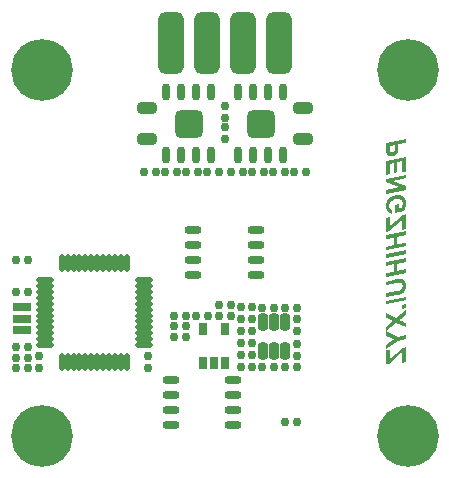
<source format=gbs>
G04*
G04 #@! TF.GenerationSoftware,Altium Limited,Altium Designer,22.0.2 (36)*
G04*
G04 Layer_Color=16711935*
%FSLAX25Y25*%
%MOIN*%
G70*
G04*
G04 #@! TF.SameCoordinates,B24A499B-10B0-4348-9313-877DE5855C24*
G04*
G04*
G04 #@! TF.FilePolarity,Negative*
G04*
G01*
G75*
G04:AMPARAMS|DCode=36|XSize=26mil|YSize=26mil|CornerRadius=8mil|HoleSize=0mil|Usage=FLASHONLY|Rotation=0.000|XOffset=0mil|YOffset=0mil|HoleType=Round|Shape=RoundedRectangle|*
%AMROUNDEDRECTD36*
21,1,0.02600,0.01000,0,0,0.0*
21,1,0.01000,0.02600,0,0,0.0*
1,1,0.01600,0.00500,-0.00500*
1,1,0.01600,-0.00500,-0.00500*
1,1,0.01600,-0.00500,0.00500*
1,1,0.01600,0.00500,0.00500*
%
%ADD36ROUNDEDRECTD36*%
%ADD49C,0.20600*%
G04:AMPARAMS|DCode=61|XSize=37.64mil|YSize=63.38mil|CornerRadius=9.41mil|HoleSize=0mil|Usage=FLASHONLY|Rotation=270.000|XOffset=0mil|YOffset=0mil|HoleType=Round|Shape=RoundedRectangle|*
%AMROUNDEDRECTD61*
21,1,0.03764,0.04456,0,0,270.0*
21,1,0.01882,0.06338,0,0,270.0*
1,1,0.01882,-0.02228,-0.00941*
1,1,0.01882,-0.02228,0.00941*
1,1,0.01882,0.02228,0.00941*
1,1,0.01882,0.02228,-0.00941*
%
%ADD61ROUNDEDRECTD61*%
%ADD73O,0.02568X0.05718*%
G04:AMPARAMS|DCode=74|XSize=26mil|YSize=26mil|CornerRadius=8mil|HoleSize=0mil|Usage=FLASHONLY|Rotation=270.000|XOffset=0mil|YOffset=0mil|HoleType=Round|Shape=RoundedRectangle|*
%AMROUNDEDRECTD74*
21,1,0.02600,0.01000,0,0,270.0*
21,1,0.01000,0.02600,0,0,270.0*
1,1,0.01600,-0.00500,-0.00500*
1,1,0.01600,-0.00500,0.00500*
1,1,0.01600,0.00500,0.00500*
1,1,0.01600,0.00500,-0.00500*
%
%ADD74ROUNDEDRECTD74*%
G04:AMPARAMS|DCode=75|XSize=96.55mil|YSize=96.55mil|CornerRadius=25.64mil|HoleSize=0mil|Usage=FLASHONLY|Rotation=0.000|XOffset=0mil|YOffset=0mil|HoleType=Round|Shape=RoundedRectangle|*
%AMROUNDEDRECTD75*
21,1,0.09655,0.04528,0,0,0.0*
21,1,0.04528,0.09655,0,0,0.0*
1,1,0.05128,0.02264,-0.02264*
1,1,0.05128,-0.02264,-0.02264*
1,1,0.05128,-0.02264,0.02264*
1,1,0.05128,0.02264,0.02264*
%
%ADD75ROUNDEDRECTD75*%
G04:AMPARAMS|DCode=76|XSize=206mil|YSize=86mil|CornerRadius=23mil|HoleSize=0mil|Usage=FLASHONLY|Rotation=270.000|XOffset=0mil|YOffset=0mil|HoleType=Round|Shape=RoundedRectangle|*
%AMROUNDEDRECTD76*
21,1,0.20600,0.04000,0,0,270.0*
21,1,0.16000,0.08600,0,0,270.0*
1,1,0.04600,-0.02000,-0.08000*
1,1,0.04600,-0.02000,0.08000*
1,1,0.04600,0.02000,0.08000*
1,1,0.04600,0.02000,-0.08000*
%
%ADD76ROUNDEDRECTD76*%
G04:AMPARAMS|DCode=77|XSize=27.65mil|YSize=63.09mil|CornerRadius=8.41mil|HoleSize=0mil|Usage=FLASHONLY|Rotation=270.000|XOffset=0mil|YOffset=0mil|HoleType=Round|Shape=RoundedRectangle|*
%AMROUNDEDRECTD77*
21,1,0.02765,0.04626,0,0,270.0*
21,1,0.01083,0.06309,0,0,270.0*
1,1,0.01683,-0.02313,-0.00541*
1,1,0.01683,-0.02313,0.00541*
1,1,0.01683,0.02313,0.00541*
1,1,0.01683,0.02313,-0.00541*
%
%ADD77ROUNDEDRECTD77*%
G04:AMPARAMS|DCode=78|XSize=27.65mil|YSize=63.09mil|CornerRadius=8.41mil|HoleSize=0mil|Usage=FLASHONLY|Rotation=270.000|XOffset=0mil|YOffset=0mil|HoleType=Round|Shape=RoundedRectangle|*
%AMROUNDEDRECTD78*
21,1,0.02765,0.04626,0,0,270.0*
21,1,0.01083,0.06309,0,0,270.0*
1,1,0.01683,-0.02313,-0.00541*
1,1,0.01683,-0.02313,0.00541*
1,1,0.01683,0.02313,0.00541*
1,1,0.01683,0.02313,-0.00541*
%
%ADD78ROUNDEDRECTD78*%
G04:AMPARAMS|DCode=79|XSize=29.62mil|YSize=41mil|CornerRadius=8.91mil|HoleSize=0mil|Usage=FLASHONLY|Rotation=0.000|XOffset=0mil|YOffset=0mil|HoleType=Round|Shape=RoundedRectangle|*
%AMROUNDEDRECTD79*
21,1,0.02962,0.02319,0,0,0.0*
21,1,0.01181,0.04100,0,0,0.0*
1,1,0.01781,0.00591,-0.01159*
1,1,0.01781,-0.00591,-0.01159*
1,1,0.01781,-0.00591,0.01159*
1,1,0.01781,0.00591,0.01159*
%
%ADD79ROUNDEDRECTD79*%
G04:AMPARAMS|DCode=80|XSize=33.56mil|YSize=57.18mil|CornerRadius=9.89mil|HoleSize=0mil|Usage=FLASHONLY|Rotation=0.000|XOffset=0mil|YOffset=0mil|HoleType=Round|Shape=RoundedRectangle|*
%AMROUNDEDRECTD80*
21,1,0.03356,0.03740,0,0,0.0*
21,1,0.01378,0.05718,0,0,0.0*
1,1,0.01978,0.00689,-0.01870*
1,1,0.01978,-0.00689,-0.01870*
1,1,0.01978,-0.00689,0.01870*
1,1,0.01978,0.00689,0.01870*
%
%ADD80ROUNDEDRECTD80*%
%ADD81O,0.05718X0.02568*%
%ADD82O,0.01800X0.06000*%
%ADD83O,0.06000X0.01800*%
G36*
X60300Y36696D02*
X57858Y36178D01*
Y34911D01*
X57849Y34790D01*
Y34596D01*
X57840Y34513D01*
Y34374D01*
X57830Y34319D01*
Y34235D01*
X57821Y34189D01*
Y34170D01*
X57793Y33976D01*
X57756Y33810D01*
X57719Y33662D01*
X57682Y33542D01*
X57655Y33449D01*
X57627Y33375D01*
X57617Y33338D01*
X57608Y33320D01*
X57543Y33199D01*
X57479Y33097D01*
X57414Y32996D01*
X57340Y32912D01*
X57284Y32838D01*
X57238Y32783D01*
X57201Y32746D01*
X57192Y32737D01*
X57081Y32635D01*
X56961Y32542D01*
X56840Y32469D01*
X56720Y32404D01*
X56618Y32348D01*
X56535Y32311D01*
X56480Y32283D01*
X56471Y32274D01*
X56461D01*
X56286Y32210D01*
X56119Y32163D01*
X55953Y32126D01*
X55814Y32108D01*
X55684Y32089D01*
X55592Y32080D01*
X55555D01*
X55527D01*
X55518D01*
X55509D01*
X55323Y32089D01*
X55148Y32117D01*
X55000Y32154D01*
X54861Y32200D01*
X54759Y32247D01*
X54676Y32283D01*
X54630Y32311D01*
X54611Y32320D01*
X54482Y32413D01*
X54361Y32524D01*
X54269Y32635D01*
X54195Y32737D01*
X54140Y32829D01*
X54093Y32903D01*
X54075Y32950D01*
X54066Y32959D01*
Y32968D01*
X54010Y33125D01*
X53973Y33310D01*
X53936Y33486D01*
X53917Y33662D01*
X53908Y33819D01*
Y33884D01*
X53899Y33948D01*
Y36659D01*
X60300Y38000D01*
Y36696D01*
D02*
G37*
G36*
Y27029D02*
X59227Y26798D01*
Y30526D01*
X57488Y30147D01*
Y26807D01*
X56415Y26586D01*
Y29906D01*
X54972Y29592D01*
Y26160D01*
X53899Y25938D01*
Y30683D01*
X60300Y32024D01*
Y27029D01*
D02*
G37*
G36*
Y24819D02*
X55999Y23912D01*
X60300Y22173D01*
Y20962D01*
X53899Y19620D01*
Y20832D01*
X58182Y21738D01*
X53899Y23478D01*
Y24689D01*
X60300Y26030D01*
Y24819D01*
D02*
G37*
G36*
X58006Y19176D02*
X58246Y19149D01*
X58469Y19102D01*
X58681Y19047D01*
X58866Y18982D01*
X59042Y18917D01*
X59199Y18834D01*
X59347Y18751D01*
X59468Y18677D01*
X59579Y18594D01*
X59671Y18529D01*
X59745Y18455D01*
X59810Y18408D01*
X59847Y18362D01*
X59874Y18335D01*
X59884Y18325D01*
X59976Y18196D01*
X60059Y18066D01*
X60133Y17918D01*
X60189Y17770D01*
X60245Y17622D01*
X60291Y17465D01*
X60356Y17178D01*
X60374Y17040D01*
X60392Y16910D01*
X60402Y16799D01*
X60411Y16697D01*
X60420Y16614D01*
Y16503D01*
X60411Y16216D01*
X60383Y15948D01*
X60346Y15689D01*
X60309Y15467D01*
X60291Y15365D01*
X60272Y15273D01*
X60254Y15199D01*
X60235Y15134D01*
X60217Y15078D01*
X60207Y15042D01*
X60198Y15014D01*
Y15004D01*
X60106Y14736D01*
X60013Y14496D01*
X59921Y14283D01*
X59838Y14098D01*
X59791Y14024D01*
X59754Y13959D01*
X59727Y13894D01*
X59699Y13848D01*
X59671Y13811D01*
X59662Y13774D01*
X59643Y13765D01*
Y13756D01*
X56877Y13182D01*
Y16040D01*
X57951Y16262D01*
Y14625D01*
X58912Y14829D01*
X58968Y14958D01*
X59023Y15088D01*
X59079Y15217D01*
X59116Y15337D01*
X59153Y15439D01*
X59181Y15522D01*
X59190Y15578D01*
X59199Y15587D01*
Y15597D01*
X59236Y15763D01*
X59264Y15920D01*
X59292Y16068D01*
X59301Y16198D01*
X59310Y16309D01*
X59320Y16392D01*
Y16466D01*
X59301Y16716D01*
X59264Y16938D01*
X59199Y17123D01*
X59125Y17271D01*
X59061Y17391D01*
X58996Y17483D01*
X58959Y17530D01*
X58940Y17548D01*
X58866Y17613D01*
X58774Y17669D01*
X58589Y17761D01*
X58385Y17817D01*
X58191Y17863D01*
X58015Y17890D01*
X57941Y17900D01*
X57867D01*
X57812Y17909D01*
X57775D01*
X57747D01*
X57738D01*
X57433Y17900D01*
X57155Y17863D01*
X56896Y17817D01*
X56776Y17789D01*
X56674Y17761D01*
X56572Y17733D01*
X56480Y17706D01*
X56406Y17678D01*
X56341Y17659D01*
X56286Y17641D01*
X56248Y17622D01*
X56230Y17613D01*
X56221D01*
X55971Y17493D01*
X55758Y17354D01*
X55582Y17215D01*
X55435Y17086D01*
X55323Y16965D01*
X55250Y16864D01*
X55222Y16827D01*
X55203Y16799D01*
X55185Y16790D01*
Y16781D01*
X55074Y16577D01*
X54991Y16374D01*
X54926Y16179D01*
X54889Y15994D01*
X54861Y15846D01*
X54852Y15781D01*
Y15717D01*
X54843Y15680D01*
Y15615D01*
X54852Y15421D01*
X54889Y15245D01*
X54926Y15088D01*
X54981Y14958D01*
X55028Y14847D01*
X55074Y14773D01*
X55111Y14727D01*
X55120Y14708D01*
X55231Y14579D01*
X55361Y14477D01*
X55499Y14385D01*
X55629Y14311D01*
X55749Y14255D01*
X55841Y14209D01*
X55879Y14200D01*
X55906Y14190D01*
X55925Y14181D01*
X55934D01*
X55795Y12951D01*
X55620Y12997D01*
X55453Y13053D01*
X55296Y13117D01*
X55148Y13182D01*
X55009Y13256D01*
X54889Y13330D01*
X54778Y13404D01*
X54676Y13478D01*
X54593Y13552D01*
X54510Y13626D01*
X54445Y13682D01*
X54389Y13737D01*
X54352Y13783D01*
X54325Y13821D01*
X54306Y13839D01*
X54297Y13848D01*
X54204Y13978D01*
X54121Y14117D01*
X54056Y14255D01*
X54001Y14403D01*
X53908Y14699D01*
X53843Y14986D01*
X53825Y15115D01*
X53807Y15236D01*
X53797Y15347D01*
X53788Y15439D01*
X53779Y15513D01*
Y15624D01*
X53788Y15828D01*
X53807Y16022D01*
X53834Y16216D01*
X53871Y16392D01*
X53908Y16568D01*
X53964Y16725D01*
X54010Y16873D01*
X54066Y17003D01*
X54121Y17132D01*
X54167Y17234D01*
X54223Y17335D01*
X54260Y17410D01*
X54297Y17474D01*
X54325Y17521D01*
X54343Y17548D01*
X54352Y17558D01*
X54463Y17706D01*
X54584Y17844D01*
X54843Y18094D01*
X54981Y18214D01*
X55111Y18316D01*
X55240Y18408D01*
X55370Y18492D01*
X55490Y18566D01*
X55601Y18631D01*
X55694Y18686D01*
X55786Y18732D01*
X55851Y18769D01*
X55906Y18797D01*
X55943Y18806D01*
X55953Y18815D01*
X56276Y18936D01*
X56600Y19028D01*
X56905Y19093D01*
X57044Y19121D01*
X57174Y19139D01*
X57303Y19158D01*
X57414Y19167D01*
X57507Y19176D01*
X57599D01*
X57664Y19185D01*
X57710D01*
X57747D01*
X57756D01*
X58006Y19176D01*
D02*
G37*
G36*
X60300Y7826D02*
X59227Y7604D01*
Y9381D01*
X59236Y9612D01*
Y10417D01*
X59246Y10527D01*
Y10759D01*
X59255Y10860D01*
Y10953D01*
X54907Y7235D01*
X53899Y7040D01*
Y11656D01*
X54972Y11878D01*
Y8890D01*
X59292Y12581D01*
X60300Y12794D01*
Y7826D01*
D02*
G37*
G36*
Y5866D02*
X57442Y5264D01*
Y2776D01*
X60300Y3368D01*
Y2064D01*
X53899Y713D01*
Y2027D01*
X56369Y2545D01*
Y5033D01*
X53899Y4515D01*
Y5829D01*
X60300Y7170D01*
Y5866D01*
D02*
G37*
G36*
Y-526D02*
X53899Y-1877D01*
Y-563D01*
X60300Y778D01*
Y-526D01*
D02*
G37*
G36*
Y-3079D02*
X57442Y-3681D01*
Y-6169D01*
X60300Y-5577D01*
Y-6881D01*
X53899Y-8231D01*
Y-6918D01*
X56369Y-6400D01*
Y-3912D01*
X53899Y-4430D01*
Y-3116D01*
X60300Y-1775D01*
Y-3079D01*
D02*
G37*
G36*
X58617Y-8676D02*
X58764Y-8694D01*
X58912Y-8722D01*
X59042Y-8759D01*
X59171Y-8805D01*
X59282Y-8861D01*
X59394Y-8916D01*
X59486Y-8971D01*
X59579Y-9027D01*
X59653Y-9082D01*
X59717Y-9138D01*
X59773Y-9184D01*
X59819Y-9221D01*
X59847Y-9249D01*
X59865Y-9268D01*
X59874Y-9277D01*
X59967Y-9397D01*
X60050Y-9536D01*
X60124Y-9674D01*
X60189Y-9813D01*
X60245Y-9961D01*
X60291Y-10119D01*
X60356Y-10405D01*
X60374Y-10535D01*
X60392Y-10664D01*
X60402Y-10775D01*
X60411Y-10868D01*
X60420Y-10951D01*
Y-11062D01*
X60402Y-11404D01*
X60383Y-11571D01*
X60365Y-11719D01*
X60337Y-11857D01*
X60309Y-11987D01*
X60281Y-12107D01*
X60245Y-12218D01*
X60207Y-12320D01*
X60180Y-12403D01*
X60152Y-12477D01*
X60124Y-12542D01*
X60097Y-12588D01*
X60087Y-12625D01*
X60069Y-12644D01*
Y-12653D01*
X59930Y-12875D01*
X59773Y-13069D01*
X59625Y-13236D01*
X59477Y-13365D01*
X59347Y-13476D01*
X59246Y-13550D01*
X59209Y-13569D01*
X59181Y-13587D01*
X59162Y-13606D01*
X59153D01*
X59042Y-13661D01*
X58922Y-13717D01*
X58663Y-13828D01*
X58385Y-13920D01*
X58126Y-13994D01*
X58006Y-14031D01*
X57895Y-14059D01*
X57793Y-14087D01*
X57701Y-14115D01*
X57627Y-14133D01*
X57571Y-14142D01*
X57534Y-14152D01*
X57525D01*
X53899Y-14919D01*
Y-13606D01*
X57405Y-12866D01*
X57562Y-12829D01*
X57701Y-12801D01*
X57830Y-12764D01*
X57951Y-12727D01*
X58061Y-12699D01*
X58163Y-12672D01*
X58246Y-12634D01*
X58330Y-12616D01*
X58394Y-12588D01*
X58459Y-12561D01*
X58505Y-12542D01*
X58543Y-12524D01*
X58598Y-12505D01*
X58617Y-12496D01*
X58737Y-12422D01*
X58848Y-12338D01*
X58940Y-12246D01*
X59014Y-12163D01*
X59070Y-12089D01*
X59107Y-12024D01*
X59135Y-11987D01*
X59144Y-11969D01*
X59199Y-11839D01*
X59246Y-11691D01*
X59273Y-11552D01*
X59301Y-11423D01*
X59310Y-11303D01*
X59320Y-11201D01*
Y-11118D01*
X59310Y-10914D01*
X59282Y-10738D01*
X59246Y-10590D01*
X59209Y-10461D01*
X59171Y-10368D01*
X59135Y-10294D01*
X59107Y-10257D01*
X59097Y-10239D01*
X59005Y-10137D01*
X58912Y-10072D01*
X58811Y-10017D01*
X58718Y-9980D01*
X58635Y-9961D01*
X58570Y-9952D01*
X58533Y-9943D01*
X58515D01*
X58404Y-9961D01*
X58311Y-9971D01*
X58256Y-9980D01*
X58246D01*
X58237D01*
X57386Y-10174D01*
X53899Y-10932D01*
Y-9628D01*
X57275Y-8870D01*
X57395Y-8842D01*
X57497Y-8823D01*
X57590Y-8805D01*
X57673Y-8787D01*
X57747Y-8768D01*
X57812Y-8759D01*
X57923Y-8740D01*
X57987Y-8722D01*
X58043D01*
X58061Y-8713D01*
X58071D01*
X58219Y-8694D01*
X58284Y-8685D01*
X58348Y-8676D01*
X58394D01*
X58432Y-8666D01*
X58450D01*
X58459D01*
X58617Y-8676D01*
D02*
G37*
G36*
X60300Y-15927D02*
X53899Y-17278D01*
Y-15965D01*
X60300Y-14623D01*
Y-15927D01*
D02*
G37*
G36*
Y-18443D02*
X59088Y-18684D01*
Y-17445D01*
X60300Y-17204D01*
Y-18443D01*
D02*
G37*
G36*
Y-20710D02*
X59338Y-21588D01*
X59199Y-21709D01*
X59070Y-21829D01*
X58959Y-21931D01*
X58848Y-22014D01*
X58755Y-22097D01*
X58672Y-22171D01*
X58598Y-22227D01*
X58533Y-22282D01*
X58432Y-22366D01*
X58358Y-22421D01*
X58320Y-22449D01*
X58311Y-22458D01*
X58376Y-22486D01*
X58450Y-22513D01*
X58607Y-22588D01*
X58783Y-22671D01*
X58959Y-22754D01*
X59116Y-22837D01*
X59181Y-22874D01*
X59246Y-22902D01*
X59292Y-22930D01*
X59329Y-22948D01*
X59356Y-22967D01*
X59366D01*
X60300Y-23457D01*
Y-24946D01*
X57266Y-23365D01*
X53913Y-26285D01*
X57802Y-28045D01*
X60300Y-27527D01*
Y-28831D01*
X57932Y-29331D01*
X53899Y-32272D01*
Y-30737D01*
X55194Y-29840D01*
X56045Y-29229D01*
X56267Y-29081D01*
X56369Y-29016D01*
X56461Y-28961D01*
X56535Y-28924D01*
X56591Y-28887D01*
X56628Y-28868D01*
X56637Y-28859D01*
X56517Y-28813D01*
X56369Y-28757D01*
X56212Y-28692D01*
X56063Y-28628D01*
X55925Y-28572D01*
X55860Y-28545D01*
X55805Y-28526D01*
X55768Y-28508D01*
X55730Y-28489D01*
X55712Y-28480D01*
X55703D01*
X53899Y-27684D01*
Y-26297D01*
Y-24622D01*
X55009Y-23623D01*
X55166Y-23485D01*
X55342Y-23337D01*
X55518Y-23189D01*
X55675Y-23041D01*
X55823Y-22920D01*
X55888Y-22865D01*
X55943Y-22828D01*
X55980Y-22791D01*
X56017Y-22763D01*
X56036Y-22745D01*
X56045Y-22736D01*
X55999Y-22717D01*
X55962Y-22698D01*
X55943Y-22689D01*
X55934Y-22680D01*
X55795Y-22606D01*
X55666Y-22550D01*
X55555Y-22495D01*
X55462Y-22449D01*
X55379Y-22402D01*
X55314Y-22375D01*
X55250Y-22338D01*
X55203Y-22319D01*
X55166Y-22301D01*
X55138Y-22282D01*
X55092Y-22264D01*
X55074Y-22254D01*
X53899Y-21625D01*
Y-20247D01*
X57072Y-21838D01*
X60300Y-19008D01*
Y-20710D01*
D02*
G37*
G36*
Y-36407D02*
X59227Y-36629D01*
Y-34853D01*
X59236Y-34622D01*
Y-33817D01*
X59246Y-33706D01*
Y-33475D01*
X59255Y-33373D01*
Y-33281D01*
X54907Y-36999D01*
X53899Y-37193D01*
Y-32577D01*
X54972Y-32355D01*
Y-35343D01*
X59292Y-31653D01*
X60300Y-31440D01*
Y-36407D01*
D02*
G37*
%LPC*%
G36*
X56785Y35956D02*
X54953Y35567D01*
Y34402D01*
X54963Y34309D01*
Y34226D01*
X54972Y34078D01*
X54991Y33976D01*
X55000Y33893D01*
X55018Y33838D01*
X55028Y33810D01*
Y33801D01*
X55092Y33680D01*
X55157Y33588D01*
X55212Y33532D01*
X55231Y33514D01*
X55240D01*
X55296Y33477D01*
X55361Y33449D01*
X55481Y33412D01*
X55536D01*
X55582Y33403D01*
X55610D01*
X55620D01*
X55749Y33412D01*
X55860Y33430D01*
X55971Y33468D01*
X56063Y33505D01*
X56138Y33542D01*
X56202Y33579D01*
X56239Y33597D01*
X56248Y33606D01*
X56341Y33689D01*
X56424Y33782D01*
X56498Y33874D01*
X56554Y33958D01*
X56600Y34041D01*
X56628Y34106D01*
X56646Y34143D01*
X56656Y34161D01*
X56674Y34235D01*
X56702Y34319D01*
X56711Y34420D01*
X56730Y34522D01*
X56757Y34753D01*
X56766Y34984D01*
X56776Y35197D01*
X56785Y35299D01*
Y35956D01*
D02*
G37*
%LPD*%
D36*
X0Y42000D02*
D03*
Y38000D02*
D03*
Y49000D02*
D03*
Y45000D02*
D03*
X-25500Y-38500D02*
D03*
Y-34500D02*
D03*
X-62000Y-38500D02*
D03*
Y-34500D02*
D03*
X5500Y-22000D02*
D03*
Y-18000D02*
D03*
X9000Y-22000D02*
D03*
Y-18000D02*
D03*
X5500Y-26000D02*
D03*
Y-30000D02*
D03*
X9000Y-26000D02*
D03*
Y-30000D02*
D03*
X24000Y-22000D02*
D03*
Y-26000D02*
D03*
Y-30500D02*
D03*
Y-34500D02*
D03*
X9000Y-34000D02*
D03*
Y-38000D02*
D03*
X5500Y-34000D02*
D03*
Y-38000D02*
D03*
D49*
X-61024Y-61024D02*
D03*
X61024D02*
D03*
Y61024D02*
D03*
X-61024D02*
D03*
D61*
X-26000Y37878D02*
D03*
Y48122D02*
D03*
X26000D02*
D03*
Y37878D02*
D03*
D73*
X4500Y53433D02*
D03*
X-4500Y32567D02*
D03*
X-9500D02*
D03*
X-14500D02*
D03*
X-19500D02*
D03*
X-4500Y53433D02*
D03*
X-9500D02*
D03*
X-14500D02*
D03*
X-19500D02*
D03*
X9500D02*
D03*
X14500D02*
D03*
X19500D02*
D03*
X4500Y32567D02*
D03*
X9500D02*
D03*
X14500D02*
D03*
X19500D02*
D03*
D74*
X-69500Y-2500D02*
D03*
X-65500D02*
D03*
X-17000Y-28000D02*
D03*
X-13000D02*
D03*
X-69500Y-13000D02*
D03*
X-65500D02*
D03*
X-9000Y27000D02*
D03*
X-13000D02*
D03*
X-23000D02*
D03*
X-27000D02*
D03*
X20000D02*
D03*
X16000D02*
D03*
X6000D02*
D03*
X2000D02*
D03*
X-2000D02*
D03*
X-6000D02*
D03*
X-16000D02*
D03*
X-20000D02*
D03*
X27000D02*
D03*
X23000D02*
D03*
X9000D02*
D03*
X13000D02*
D03*
X-13000Y-24500D02*
D03*
X-17000D02*
D03*
X-69500Y-31500D02*
D03*
X-65500D02*
D03*
X-13000Y-21000D02*
D03*
X-17000D02*
D03*
X-69500Y-38500D02*
D03*
X-65500D02*
D03*
X20000Y-38000D02*
D03*
X24000D02*
D03*
Y-56500D02*
D03*
X20000D02*
D03*
X-69500Y-35000D02*
D03*
X-65500D02*
D03*
X2000Y-17500D02*
D03*
X-2000D02*
D03*
X2000Y-21000D02*
D03*
X-2000D02*
D03*
X-5500D02*
D03*
X-9500D02*
D03*
X24000Y-18500D02*
D03*
X20000D02*
D03*
X12500D02*
D03*
X16500D02*
D03*
X12500Y-38000D02*
D03*
X16500D02*
D03*
D75*
X-12000Y43000D02*
D03*
X12000D02*
D03*
D76*
X-18000Y70000D02*
D03*
X-6000D02*
D03*
X18000D02*
D03*
X6000D02*
D03*
D77*
X-67500Y-18260D02*
D03*
D78*
X-67500Y-22000D02*
D03*
Y-25740D02*
D03*
D79*
X-7240Y-36906D02*
D03*
X-3500D02*
D03*
X240D02*
D03*
Y-25506D02*
D03*
X-7240D02*
D03*
D80*
X20240Y-23276D02*
D03*
X16500D02*
D03*
X12760D02*
D03*
Y-32724D02*
D03*
X16500D02*
D03*
X20240D02*
D03*
D81*
X-17933Y-57500D02*
D03*
Y-52500D02*
D03*
Y-47500D02*
D03*
Y-42500D02*
D03*
X2933Y-57500D02*
D03*
Y-52500D02*
D03*
Y-47500D02*
D03*
Y-42500D02*
D03*
X10433Y7500D02*
D03*
Y2500D02*
D03*
Y-2500D02*
D03*
Y-7500D02*
D03*
X-10433Y7500D02*
D03*
Y2500D02*
D03*
Y-2500D02*
D03*
Y-7500D02*
D03*
D82*
X-36610Y-3500D02*
D03*
X-34642D02*
D03*
X-32673D02*
D03*
X-38579D02*
D03*
X-40547D02*
D03*
X-48421D02*
D03*
X-46453D02*
D03*
X-42516D02*
D03*
X-44484D02*
D03*
X-50390D02*
D03*
X-52358D02*
D03*
X-54327D02*
D03*
X-32673Y-36500D02*
D03*
X-34642D02*
D03*
X-36610D02*
D03*
X-42516D02*
D03*
X-44484D02*
D03*
X-40547D02*
D03*
X-38579D02*
D03*
X-46453D02*
D03*
X-48421D02*
D03*
X-54327D02*
D03*
X-52358D02*
D03*
X-50390D02*
D03*
D83*
X-27000Y-20984D02*
D03*
Y-9173D02*
D03*
Y-11142D02*
D03*
Y-13110D02*
D03*
Y-19016D02*
D03*
Y-17047D02*
D03*
Y-15079D02*
D03*
Y-22953D02*
D03*
Y-24921D02*
D03*
X-27000Y-30827D02*
D03*
X-27000Y-28858D02*
D03*
Y-26890D02*
D03*
X-60000Y-26890D02*
D03*
Y-28858D02*
D03*
Y-30827D02*
D03*
Y-24921D02*
D03*
Y-22953D02*
D03*
Y-15079D02*
D03*
Y-17047D02*
D03*
Y-20984D02*
D03*
Y-19016D02*
D03*
Y-13110D02*
D03*
Y-11142D02*
D03*
Y-9173D02*
D03*
M02*

</source>
